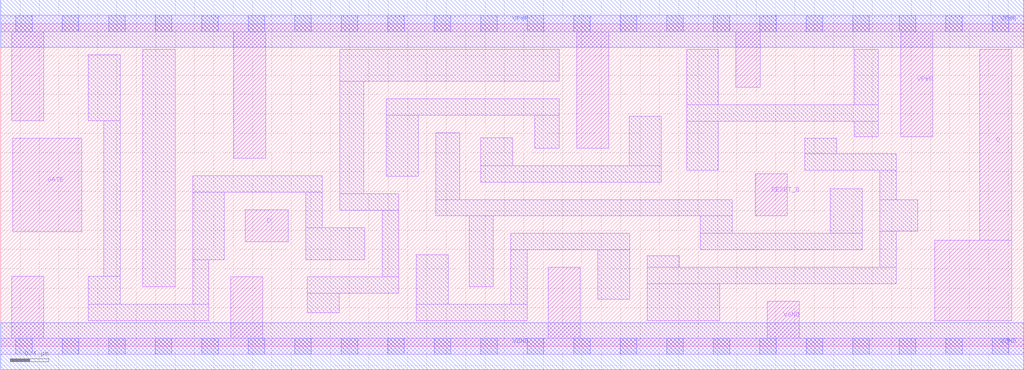
<source format=lef>
# Copyright 2020 The SkyWater PDK Authors
#
# Licensed under the Apache License, Version 2.0 (the "License");
# you may not use this file except in compliance with the License.
# You may obtain a copy of the License at
#
#     https://www.apache.org/licenses/LICENSE-2.0
#
# Unless required by applicable law or agreed to in writing, software
# distributed under the License is distributed on an "AS IS" BASIS,
# WITHOUT WARRANTIES OR CONDITIONS OF ANY KIND, either express or implied.
# See the License for the specific language governing permissions and
# limitations under the License.
#
# SPDX-License-Identifier: Apache-2.0

VERSION 5.7 ;
  NAMESCASESENSITIVE ON ;
  NOWIREEXTENSIONATPIN ON ;
  DIVIDERCHAR "/" ;
  BUSBITCHARS "[]" ;
UNITS
  DATABASE MICRONS 200 ;
END UNITS
MACRO sky130_fd_sc_lp__dlrtp_lp
  CLASS CORE ;
  SOURCE USER ;
  FOREIGN sky130_fd_sc_lp__dlrtp_lp ;
  ORIGIN  0.000000  0.000000 ;
  SIZE  10.56000 BY  3.330000 ;
  SYMMETRY X Y R90 ;
  SITE unit ;
  PIN D
    ANTENNAGATEAREA  0.318000 ;
    DIRECTION INPUT ;
    USE SIGNAL ;
    PORT
      LAYER li1 ;
        RECT 2.525000 1.080000 2.970000 1.410000 ;
    END
  END D
  PIN Q
    ANTENNADIFFAREA  0.619500 ;
    DIRECTION OUTPUT ;
    USE SIGNAL ;
    PORT
      LAYER li1 ;
        RECT  9.645000 0.265000 10.440000 1.095000 ;
        RECT 10.110000 1.095000 10.440000 3.065000 ;
    END
  END Q
  PIN RESET_B
    ANTENNAGATEAREA  0.504000 ;
    DIRECTION INPUT ;
    USE SIGNAL ;
    PORT
      LAYER li1 ;
        RECT 7.790000 1.345000 8.120000 1.780000 ;
    END
  END RESET_B
  PIN GATE
    ANTENNAGATEAREA  0.318000 ;
    DIRECTION INPUT ;
    USE CLOCK ;
    PORT
      LAYER li1 ;
        RECT 0.125000 1.180000 0.835000 2.150000 ;
    END
  END GATE
  PIN VGND
    DIRECTION INOUT ;
    USE GROUND ;
    PORT
      LAYER li1 ;
        RECT 0.000000 -0.085000 10.560000 0.085000 ;
        RECT 0.115000  0.085000  0.445000 0.725000 ;
        RECT 2.375000  0.085000  2.705000 0.715000 ;
        RECT 5.655000  0.085000  5.985000 0.815000 ;
        RECT 7.915000  0.085000  8.245000 0.465000 ;
      LAYER mcon ;
        RECT  0.155000 -0.085000  0.325000 0.085000 ;
        RECT  0.635000 -0.085000  0.805000 0.085000 ;
        RECT  1.115000 -0.085000  1.285000 0.085000 ;
        RECT  1.595000 -0.085000  1.765000 0.085000 ;
        RECT  2.075000 -0.085000  2.245000 0.085000 ;
        RECT  2.555000 -0.085000  2.725000 0.085000 ;
        RECT  3.035000 -0.085000  3.205000 0.085000 ;
        RECT  3.515000 -0.085000  3.685000 0.085000 ;
        RECT  3.995000 -0.085000  4.165000 0.085000 ;
        RECT  4.475000 -0.085000  4.645000 0.085000 ;
        RECT  4.955000 -0.085000  5.125000 0.085000 ;
        RECT  5.435000 -0.085000  5.605000 0.085000 ;
        RECT  5.915000 -0.085000  6.085000 0.085000 ;
        RECT  6.395000 -0.085000  6.565000 0.085000 ;
        RECT  6.875000 -0.085000  7.045000 0.085000 ;
        RECT  7.355000 -0.085000  7.525000 0.085000 ;
        RECT  7.835000 -0.085000  8.005000 0.085000 ;
        RECT  8.315000 -0.085000  8.485000 0.085000 ;
        RECT  8.795000 -0.085000  8.965000 0.085000 ;
        RECT  9.275000 -0.085000  9.445000 0.085000 ;
        RECT  9.755000 -0.085000  9.925000 0.085000 ;
        RECT 10.235000 -0.085000 10.405000 0.085000 ;
      LAYER met1 ;
        RECT 0.000000 -0.245000 10.560000 0.245000 ;
    END
  END VGND
  PIN VPWR
    DIRECTION INOUT ;
    USE POWER ;
    PORT
      LAYER li1 ;
        RECT 0.000000 3.245000 10.560000 3.415000 ;
        RECT 0.115000 2.330000  0.445000 3.245000 ;
        RECT 2.405000 1.940000  2.735000 3.245000 ;
        RECT 5.945000 2.045000  6.275000 3.245000 ;
        RECT 7.590000 2.675000  7.840000 3.245000 ;
        RECT 9.290000 2.165000  9.620000 3.245000 ;
      LAYER mcon ;
        RECT  0.155000 3.245000  0.325000 3.415000 ;
        RECT  0.635000 3.245000  0.805000 3.415000 ;
        RECT  1.115000 3.245000  1.285000 3.415000 ;
        RECT  1.595000 3.245000  1.765000 3.415000 ;
        RECT  2.075000 3.245000  2.245000 3.415000 ;
        RECT  2.555000 3.245000  2.725000 3.415000 ;
        RECT  3.035000 3.245000  3.205000 3.415000 ;
        RECT  3.515000 3.245000  3.685000 3.415000 ;
        RECT  3.995000 3.245000  4.165000 3.415000 ;
        RECT  4.475000 3.245000  4.645000 3.415000 ;
        RECT  4.955000 3.245000  5.125000 3.415000 ;
        RECT  5.435000 3.245000  5.605000 3.415000 ;
        RECT  5.915000 3.245000  6.085000 3.415000 ;
        RECT  6.395000 3.245000  6.565000 3.415000 ;
        RECT  6.875000 3.245000  7.045000 3.415000 ;
        RECT  7.355000 3.245000  7.525000 3.415000 ;
        RECT  7.835000 3.245000  8.005000 3.415000 ;
        RECT  8.315000 3.245000  8.485000 3.415000 ;
        RECT  8.795000 3.245000  8.965000 3.415000 ;
        RECT  9.275000 3.245000  9.445000 3.415000 ;
        RECT  9.755000 3.245000  9.925000 3.415000 ;
        RECT 10.235000 3.245000 10.405000 3.415000 ;
      LAYER met1 ;
        RECT 0.000000 3.085000 10.560000 3.575000 ;
    END
  END VPWR
  OBS
    LAYER li1 ;
      RECT 0.905000 0.265000 2.150000 0.435000 ;
      RECT 0.905000 0.435000 1.235000 0.725000 ;
      RECT 0.905000 2.330000 1.235000 3.010000 ;
      RECT 1.065000 0.725000 1.235000 2.330000 ;
      RECT 1.465000 0.615000 1.800000 3.065000 ;
      RECT 1.980000 0.435000 2.150000 0.895000 ;
      RECT 1.980000 0.895000 2.310000 1.590000 ;
      RECT 1.980000 1.590000 3.320000 1.760000 ;
      RECT 3.150000 0.895000 3.760000 1.225000 ;
      RECT 3.150000 1.225000 3.320000 1.590000 ;
      RECT 3.165000 0.345000 3.495000 0.545000 ;
      RECT 3.165000 0.545000 4.110000 0.715000 ;
      RECT 3.500000 1.405000 4.110000 1.575000 ;
      RECT 3.500000 1.575000 3.750000 2.735000 ;
      RECT 3.500000 2.735000 5.765000 3.065000 ;
      RECT 3.940000 0.715000 4.110000 1.405000 ;
      RECT 3.980000 1.755000 4.310000 2.385000 ;
      RECT 3.980000 2.385000 5.765000 2.555000 ;
      RECT 4.290000 0.265000 5.435000 0.435000 ;
      RECT 4.290000 0.435000 4.620000 0.945000 ;
      RECT 4.490000 1.345000 7.550000 1.515000 ;
      RECT 4.490000 1.515000 4.740000 2.205000 ;
      RECT 4.835000 0.615000 5.085000 1.345000 ;
      RECT 4.955000 1.695000 6.820000 1.865000 ;
      RECT 4.955000 1.865000 5.285000 2.155000 ;
      RECT 5.265000 0.435000 5.435000 0.995000 ;
      RECT 5.265000 0.995000 6.495000 1.165000 ;
      RECT 5.515000 2.045000 5.765000 2.385000 ;
      RECT 6.165000 0.485000 6.495000 0.995000 ;
      RECT 6.490000 1.865000 6.820000 2.375000 ;
      RECT 6.675000 0.265000 7.425000 0.645000 ;
      RECT 6.675000 0.645000 9.245000 0.815000 ;
      RECT 6.675000 0.815000 7.005000 0.935000 ;
      RECT 7.080000 1.815000 7.410000 2.325000 ;
      RECT 7.080000 2.325000 9.060000 2.495000 ;
      RECT 7.080000 2.495000 7.410000 3.065000 ;
      RECT 7.220000 0.995000 8.895000 1.165000 ;
      RECT 7.220000 1.165000 7.550000 1.345000 ;
      RECT 8.300000 1.815000 9.245000 1.985000 ;
      RECT 8.300000 1.985000 8.630000 2.145000 ;
      RECT 8.565000 1.165000 8.895000 1.625000 ;
      RECT 8.810000 2.165000 9.060000 2.325000 ;
      RECT 8.810000 2.495000 9.060000 3.065000 ;
      RECT 9.075000 0.815000 9.245000 1.185000 ;
      RECT 9.075000 1.185000 9.465000 1.515000 ;
      RECT 9.075000 1.515000 9.245000 1.815000 ;
  END
END sky130_fd_sc_lp__dlrtp_lp

</source>
